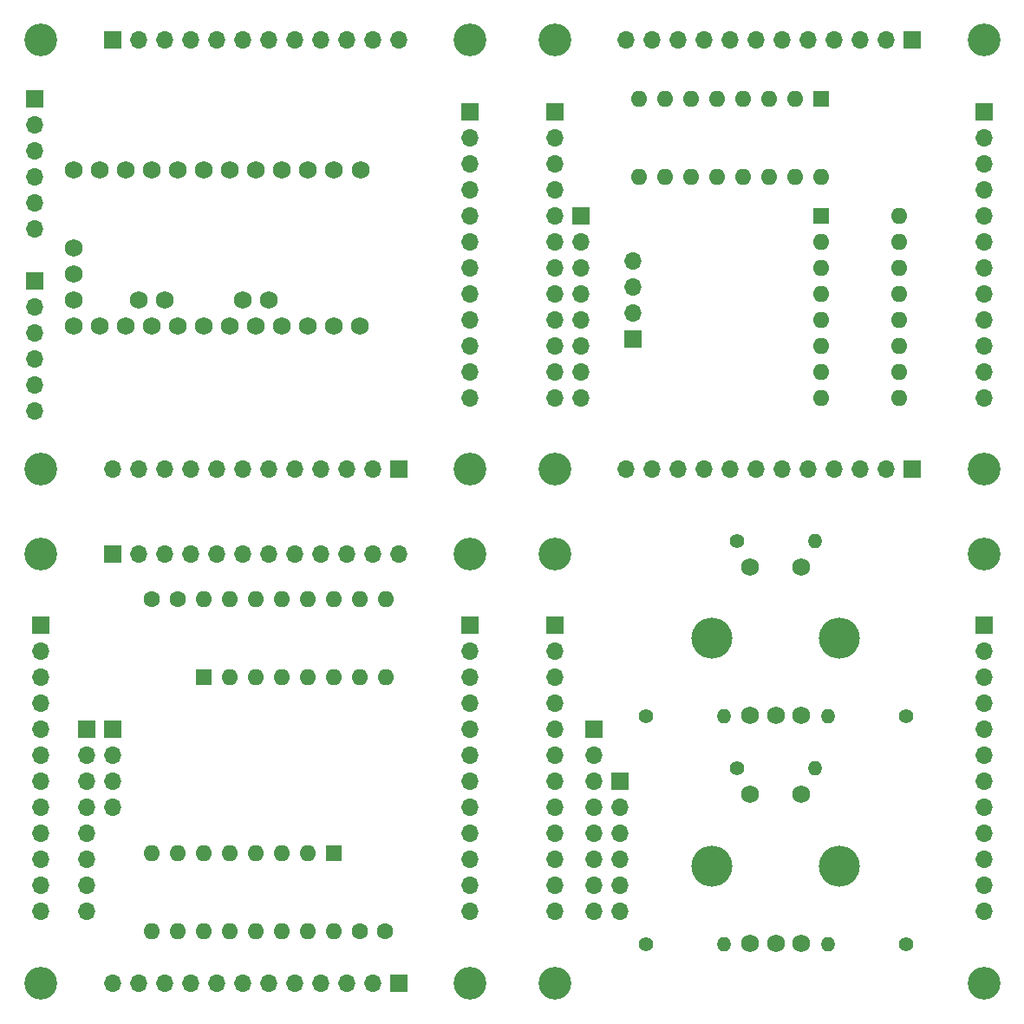
<source format=gbr>
G04 #@! TF.FileFunction,Soldermask,Top*
%FSLAX46Y46*%
G04 Gerber Fmt 4.6, Leading zero omitted, Abs format (unit mm)*
G04 Created by KiCad (PCBNEW 4.0.7+dfsg1-1~bpo9+1) date Wed May  2 15:41:06 2018*
%MOMM*%
%LPD*%
G01*
G04 APERTURE LIST*
%ADD10C,0.100000*%
%ADD11C,3.200000*%
%ADD12R,1.700000X1.700000*%
%ADD13O,1.700000X1.700000*%
%ADD14C,1.727200*%
%ADD15R,1.600000X1.600000*%
%ADD16O,1.600000X1.600000*%
%ADD17C,1.600000*%
%ADD18C,1.400000*%
%ADD19O,1.400000X1.400000*%
%ADD20C,1.750000*%
%ADD21O,4.000000X4.000000*%
G04 APERTURE END LIST*
D10*
D11*
X154305000Y-34925000D03*
X112395000Y-34925000D03*
D12*
X119380000Y-34925000D03*
D13*
X121920000Y-34925000D03*
X124460000Y-34925000D03*
X127000000Y-34925000D03*
X129540000Y-34925000D03*
X132080000Y-34925000D03*
X134620000Y-34925000D03*
X137160000Y-34925000D03*
X139700000Y-34925000D03*
X142240000Y-34925000D03*
X144780000Y-34925000D03*
X147320000Y-34925000D03*
D12*
X154305000Y-41910000D03*
D13*
X154305000Y-44450000D03*
X154305000Y-46990000D03*
X154305000Y-49530000D03*
X154305000Y-52070000D03*
X154305000Y-54610000D03*
X154305000Y-57150000D03*
X154305000Y-59690000D03*
X154305000Y-62230000D03*
X154305000Y-64770000D03*
X154305000Y-67310000D03*
X154305000Y-69850000D03*
D12*
X147320000Y-76835000D03*
D13*
X144780000Y-76835000D03*
X142240000Y-76835000D03*
X139700000Y-76835000D03*
X137160000Y-76835000D03*
X134620000Y-76835000D03*
X132080000Y-76835000D03*
X129540000Y-76835000D03*
X127000000Y-76835000D03*
X124460000Y-76835000D03*
X121920000Y-76835000D03*
X119380000Y-76835000D03*
D11*
X154305000Y-76835000D03*
X112395000Y-76835000D03*
D14*
X118110000Y-62865000D03*
X120650000Y-62865000D03*
X123190000Y-62865000D03*
X125730000Y-62865000D03*
X128270000Y-62865000D03*
X130810000Y-62865000D03*
X133350000Y-62865000D03*
X132080000Y-60325000D03*
X134620000Y-60325000D03*
X115570000Y-57785000D03*
X115570000Y-60325000D03*
X121920000Y-60325000D03*
X124460000Y-60325000D03*
X115570000Y-55245000D03*
X135890000Y-62865000D03*
X138430000Y-62865000D03*
X140970000Y-62865000D03*
X143510000Y-62865000D03*
X115570000Y-62865000D03*
X143620000Y-47625000D03*
X140970000Y-47625000D03*
X138430000Y-47625000D03*
X135890000Y-47625000D03*
X133350000Y-47625000D03*
X130810000Y-47625000D03*
X128270000Y-47625000D03*
X125730000Y-47625000D03*
X123190000Y-47625000D03*
X120650000Y-47625000D03*
X118110000Y-47625000D03*
X115570000Y-47625000D03*
D12*
X111760000Y-58420000D03*
D13*
X111760000Y-60960000D03*
X111760000Y-63500000D03*
X111760000Y-66040000D03*
X111760000Y-68580000D03*
X111760000Y-71120000D03*
D12*
X111760000Y-40640000D03*
D13*
X111760000Y-43180000D03*
X111760000Y-45720000D03*
X111760000Y-48260000D03*
X111760000Y-50800000D03*
X111760000Y-53340000D03*
D11*
X162560000Y-34925000D03*
X204470000Y-34925000D03*
X204470000Y-76835000D03*
X162560000Y-76835000D03*
D12*
X162560000Y-41910000D03*
D13*
X162560000Y-44450000D03*
X162560000Y-46990000D03*
X162560000Y-49530000D03*
X162560000Y-52070000D03*
X162560000Y-54610000D03*
X162560000Y-57150000D03*
X162560000Y-59690000D03*
X162560000Y-62230000D03*
X162560000Y-64770000D03*
X162560000Y-67310000D03*
X162560000Y-69850000D03*
D12*
X165100000Y-52070000D03*
D13*
X165100000Y-54610000D03*
X165100000Y-57150000D03*
X165100000Y-59690000D03*
X165100000Y-62230000D03*
X165100000Y-64770000D03*
X165100000Y-67310000D03*
X165100000Y-69850000D03*
D12*
X197485000Y-34925000D03*
D13*
X194945000Y-34925000D03*
X192405000Y-34925000D03*
X189865000Y-34925000D03*
X187325000Y-34925000D03*
X184785000Y-34925000D03*
X182245000Y-34925000D03*
X179705000Y-34925000D03*
X177165000Y-34925000D03*
X174625000Y-34925000D03*
X172085000Y-34925000D03*
X169545000Y-34925000D03*
D12*
X197485000Y-76835000D03*
D13*
X194945000Y-76835000D03*
X192405000Y-76835000D03*
X189865000Y-76835000D03*
X187325000Y-76835000D03*
X184785000Y-76835000D03*
X182245000Y-76835000D03*
X179705000Y-76835000D03*
X177165000Y-76835000D03*
X174625000Y-76835000D03*
X172085000Y-76835000D03*
X169545000Y-76835000D03*
D12*
X204470000Y-41910000D03*
D13*
X204470000Y-44450000D03*
X204470000Y-46990000D03*
X204470000Y-49530000D03*
X204470000Y-52070000D03*
X204470000Y-54610000D03*
X204470000Y-57150000D03*
X204470000Y-59690000D03*
X204470000Y-62230000D03*
X204470000Y-64770000D03*
X204470000Y-67310000D03*
X204470000Y-69850000D03*
D15*
X188595000Y-40640000D03*
D16*
X170815000Y-48260000D03*
X186055000Y-40640000D03*
X173355000Y-48260000D03*
X183515000Y-40640000D03*
X175895000Y-48260000D03*
X180975000Y-40640000D03*
X178435000Y-48260000D03*
X178435000Y-40640000D03*
X180975000Y-48260000D03*
X175895000Y-40640000D03*
X183515000Y-48260000D03*
X173355000Y-40640000D03*
X186055000Y-48260000D03*
X170815000Y-40640000D03*
X188595000Y-48260000D03*
D15*
X188595000Y-52070000D03*
D16*
X196215000Y-69850000D03*
X188595000Y-54610000D03*
X196215000Y-67310000D03*
X188595000Y-57150000D03*
X196215000Y-64770000D03*
X188595000Y-59690000D03*
X196215000Y-62230000D03*
X188595000Y-62230000D03*
X196215000Y-59690000D03*
X188595000Y-64770000D03*
X196215000Y-57150000D03*
X188595000Y-67310000D03*
X196215000Y-54610000D03*
X188595000Y-69850000D03*
X196215000Y-52070000D03*
D12*
X170180000Y-64135000D03*
D13*
X170180000Y-61595000D03*
X170180000Y-59055000D03*
X170180000Y-56515000D03*
D11*
X112395000Y-85090000D03*
X154305000Y-85090000D03*
X154305000Y-127000000D03*
X112395000Y-127000000D03*
D12*
X112395000Y-92075000D03*
D13*
X112395000Y-94615000D03*
X112395000Y-97155000D03*
X112395000Y-99695000D03*
X112395000Y-102235000D03*
X112395000Y-104775000D03*
X112395000Y-107315000D03*
X112395000Y-109855000D03*
X112395000Y-112395000D03*
X112395000Y-114935000D03*
X112395000Y-117475000D03*
X112395000Y-120015000D03*
D15*
X140970000Y-114300000D03*
D16*
X123190000Y-121920000D03*
X138430000Y-114300000D03*
X125730000Y-121920000D03*
X135890000Y-114300000D03*
X128270000Y-121920000D03*
X133350000Y-114300000D03*
X130810000Y-121920000D03*
X130810000Y-114300000D03*
X133350000Y-121920000D03*
X128270000Y-114300000D03*
X135890000Y-121920000D03*
X125730000Y-114300000D03*
X138430000Y-121920000D03*
X123190000Y-114300000D03*
X140970000Y-121920000D03*
D12*
X116840000Y-102235000D03*
D13*
X116840000Y-104775000D03*
X116840000Y-107315000D03*
X116840000Y-109855000D03*
X116840000Y-112395000D03*
X116840000Y-114935000D03*
X116840000Y-117475000D03*
X116840000Y-120015000D03*
D12*
X119380000Y-102235000D03*
D13*
X119380000Y-104775000D03*
X119380000Y-107315000D03*
X119380000Y-109855000D03*
D17*
X143510000Y-121920000D03*
X146010000Y-121920000D03*
X125730000Y-89535000D03*
X123230000Y-89535000D03*
D12*
X154305000Y-92075000D03*
D13*
X154305000Y-94615000D03*
X154305000Y-97155000D03*
X154305000Y-99695000D03*
X154305000Y-102235000D03*
X154305000Y-104775000D03*
X154305000Y-107315000D03*
X154305000Y-109855000D03*
X154305000Y-112395000D03*
X154305000Y-114935000D03*
X154305000Y-117475000D03*
X154305000Y-120015000D03*
D12*
X147320000Y-127000000D03*
D13*
X144780000Y-127000000D03*
X142240000Y-127000000D03*
X139700000Y-127000000D03*
X137160000Y-127000000D03*
X134620000Y-127000000D03*
X132080000Y-127000000D03*
X129540000Y-127000000D03*
X127000000Y-127000000D03*
X124460000Y-127000000D03*
X121920000Y-127000000D03*
X119380000Y-127000000D03*
D12*
X119380000Y-85090000D03*
D13*
X121920000Y-85090000D03*
X124460000Y-85090000D03*
X127000000Y-85090000D03*
X129540000Y-85090000D03*
X132080000Y-85090000D03*
X134620000Y-85090000D03*
X137160000Y-85090000D03*
X139700000Y-85090000D03*
X142240000Y-85090000D03*
X144780000Y-85090000D03*
X147320000Y-85090000D03*
D15*
X128270000Y-97155000D03*
D16*
X146050000Y-89535000D03*
X130810000Y-97155000D03*
X143510000Y-89535000D03*
X133350000Y-97155000D03*
X140970000Y-89535000D03*
X135890000Y-97155000D03*
X138430000Y-89535000D03*
X138430000Y-97155000D03*
X135890000Y-89535000D03*
X140970000Y-97155000D03*
X133350000Y-89535000D03*
X143510000Y-97155000D03*
X130810000Y-89535000D03*
X146050000Y-97155000D03*
X128270000Y-89535000D03*
D11*
X162560000Y-85090000D03*
X204470000Y-85090000D03*
X204470000Y-127000000D03*
X162560000Y-127000000D03*
D12*
X162560000Y-92075000D03*
D13*
X162560000Y-94615000D03*
X162560000Y-97155000D03*
X162560000Y-99695000D03*
X162560000Y-102235000D03*
X162560000Y-104775000D03*
X162560000Y-107315000D03*
X162560000Y-109855000D03*
X162560000Y-112395000D03*
X162560000Y-114935000D03*
X162560000Y-117475000D03*
X162560000Y-120015000D03*
D12*
X204470000Y-92075000D03*
D13*
X204470000Y-94615000D03*
X204470000Y-97155000D03*
X204470000Y-99695000D03*
X204470000Y-102235000D03*
X204470000Y-104775000D03*
X204470000Y-107315000D03*
X204470000Y-109855000D03*
X204470000Y-112395000D03*
X204470000Y-114935000D03*
X204470000Y-117475000D03*
X204470000Y-120015000D03*
D12*
X166370000Y-102235000D03*
D13*
X166370000Y-104775000D03*
X166370000Y-107315000D03*
X166370000Y-109855000D03*
X166370000Y-112395000D03*
X166370000Y-114935000D03*
X166370000Y-117475000D03*
X166370000Y-120015000D03*
D12*
X168910000Y-107315000D03*
D13*
X168910000Y-109855000D03*
X168910000Y-112395000D03*
X168910000Y-114935000D03*
X168910000Y-117475000D03*
X168910000Y-120015000D03*
D18*
X171450000Y-100965000D03*
D19*
X179070000Y-100965000D03*
D18*
X196850000Y-100965000D03*
D19*
X189230000Y-100965000D03*
D18*
X180340000Y-83820000D03*
D19*
X187960000Y-83820000D03*
D18*
X171450000Y-123190000D03*
D19*
X179070000Y-123190000D03*
D18*
X180340000Y-106045000D03*
D19*
X187960000Y-106045000D03*
D18*
X196850000Y-123190000D03*
D19*
X189230000Y-123190000D03*
D20*
X181650000Y-100845000D03*
X186650000Y-100845000D03*
X184150000Y-100845000D03*
X186650000Y-86345000D03*
X181650000Y-86345000D03*
D21*
X190350000Y-93345000D03*
X177950000Y-93345000D03*
D20*
X181650000Y-123070000D03*
X186650000Y-123070000D03*
X184150000Y-123070000D03*
X186650000Y-108570000D03*
X181650000Y-108570000D03*
D21*
X190350000Y-115570000D03*
X177950000Y-115570000D03*
M02*

</source>
